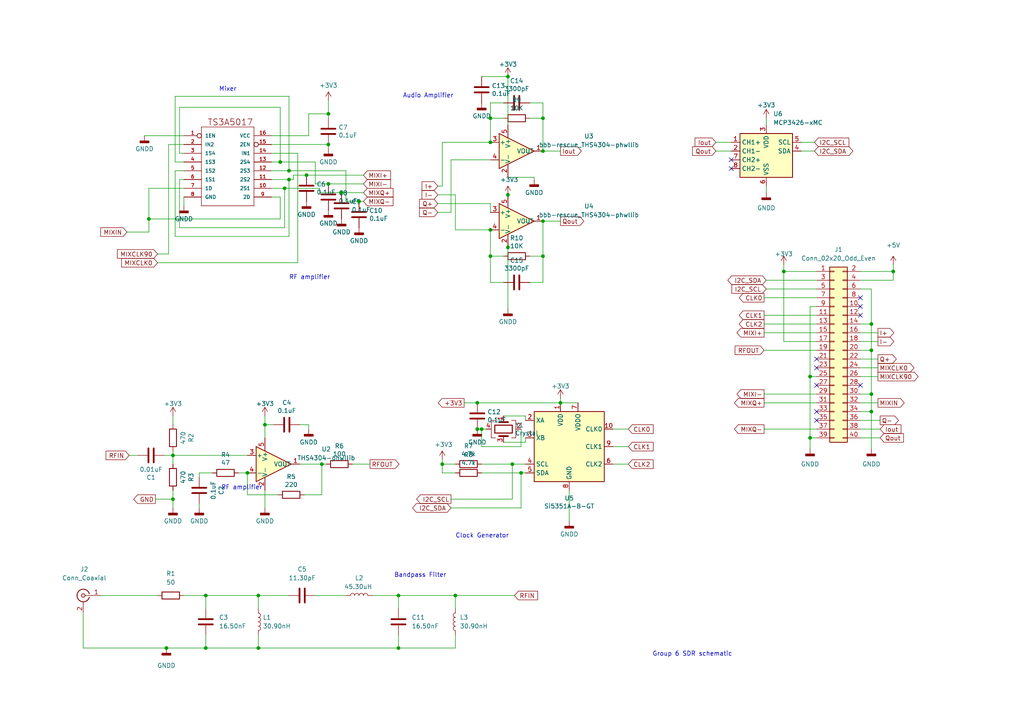
<source format=kicad_sch>
(kicad_sch (version 20211123) (generator eeschema)
  (paper "A4")
  (lib_symbols
    (symbol "Analog_ADC:MCP3426-xMC"
      (property "Reference" "U" (at -3.81 8.89 0))
      (property "Value" "MCP3426-xMC" (at 2.54 8.89 0))
      (symbol "MCP3426-xMC_0_1"
        (rectangle (start -7.62 7.62) (end 7.62 -5.08) (stroke (width 0.254)) (fill (type background)))
      )
      (symbol "MCP3426-xMC_1_1"
        (pin input line (at -10.16 5.08 0) (length 2.54) (name "CH1+") (number "1"))
        (pin input line (at -10.16 2.54 0) (length 2.54) (name "CH1-") (number "2"))
        (pin power_in line (at 0 10.16 270) (length 2.54) (name "VDD") (number "3"))
        (pin bidirectional line (at 10.16 2.54 180) (length 2.54) (name "SDA") (number "4"))
        (pin input line (at 10.16 5.08 180) (length 2.54) (name "SCL") (number "5"))
        (pin power_in line (at 0 -7.62 90) (length 2.54) (name "VSS") (number "6"))
        (pin input line (at -10.16 0 0) (length 2.54) (name "CH2+") (number "7"))
        (pin input line (at -10.16 -2.54 0) (length 2.54) (name "CH2-") (number "8"))
        (pin passive line (at 0 -7.62 90) (length 2.54) hide (name "VSS") (number "9"))
      )
    )
    (symbol "Connector:Conn_Coaxial" (pin_names (offset 1.016) hide)
      (property "Reference" "J" (at 0.254 3.048 0))
      (property "Value" "Conn_Coaxial" (at 2.921 0 90))
      (symbol "Conn_Coaxial_0_1"
        (arc (start -1.778 -0.508) (mid 0.2311 -1.8066) (end 1.778 0) (stroke (width 0.254)))
        (polyline (pts (xy -2.54 0) (xy -0.508 0)))
        (polyline (pts (xy 0 -2.54) (xy 0 -1.778)))
        (circle (center 0 0) (radius 0.508) (stroke (width 0.2032)))
        (arc (start 1.778 0) (mid 0.2099 1.8101) (end -1.778 0.508) (stroke (width 0.254)))
      )
      (symbol "Conn_Coaxial_1_1"
        (pin passive line (at -5.08 0 0) (length 2.54) (name "In") (number "1"))
        (pin passive line (at 0 -5.08 90) (length 2.54) (name "Ext") (number "2"))
      )
    )
    (symbol "Connector_Generic:Conn_02x20_Odd_Even" (pin_names (offset 1.016) hide)
      (property "Reference" "J" (at 1.27 25.4 0))
      (property "Value" "Conn_02x20_Odd_Even" (at 1.27 -27.94 0))
      (symbol "Conn_02x20_Odd_Even_1_1"
        (rectangle (start -1.27 -25.273) (end 0 -25.527) (stroke (width 0.1524)))
        (rectangle (start -1.27 -22.733) (end 0 -22.987) (stroke (width 0.1524)))
        (rectangle (start -1.27 -20.193) (end 0 -20.447) (stroke (width 0.1524)))
        (rectangle (start -1.27 -17.653) (end 0 -17.907) (stroke (width 0.1524)))
        (rectangle (start -1.27 -15.113) (end 0 -15.367) (stroke (width 0.1524)))
        (rectangle (start -1.27 -12.573) (end 0 -12.827) (stroke (width 0.1524)))
        (rectangle (start -1.27 -10.033) (end 0 -10.287) (stroke (width 0.1524)))
        (rectangle (start -1.27 -7.493) (end 0 -7.747) (stroke (width 0.1524)))
        (rectangle (start -1.27 -4.953) (end 0 -5.207) (stroke (width 0.1524)))
        (rectangle (start -1.27 -2.413) (end 0 -2.667) (stroke (width 0.1524)))
        (rectangle (start -1.27 0.127) (end 0 -0.127) (stroke (width 0.1524)))
        (rectangle (start -1.27 2.667) (end 0 2.413) (stroke (width 0.1524)))
        (rectangle (start -1.27 5.207) (end 0 4.953) (stroke (width 0.1524)))
        (rectangle (start -1.27 7.747) (end 0 7.493) (stroke (width 0.1524)))
        (rectangle (start -1.27 10.287) (end 0 10.033) (stroke (width 0.1524)))
        (rectangle (start -1.27 12.827) (end 0 12.573) (stroke (width 0.1524)))
        (rectangle (start -1.27 15.367) (end 0 15.113) (stroke (width 0.1524)))
        (rectangle (start -1.27 17.907) (end 0 17.653) (stroke (width 0.1524)))
        (rectangle (start -1.27 20.447) (end 0 20.193) (stroke (width 0.1524)))
        (rectangle (start -1.27 22.987) (end 0 22.733) (stroke (width 0.1524)))
        (rectangle (start -1.27 24.13) (end 3.81 -26.67) (stroke (width 0.254)) (fill (type background)))
        (rectangle (start 3.81 -25.273) (end 2.54 -25.527) (stroke (width 0.1524)))
        (rectangle (start 3.81 -22.733) (end 2.54 -22.987) (stroke (width 0.1524)))
        (rectangle (start 3.81 -20.193) (end 2.54 -20.447) (stroke (width 0.1524)))
        (rectangle (start 3.81 -17.653) (end 2.54 -17.907) (stroke (width 0.1524)))
        (rectangle (start 3.81 -15.113) (end 2.54 -15.367) (stroke (width 0.1524)))
        (rectangle (start 3.81 -12.573) (end 2.54 -12.827) (stroke (width 0.1524)))
        (rectangle (start 3.81 -10.033) (end 2.54 -10.287) (stroke (width 0.1524)))
        (rectangle (start 3.81 -7.493) (end 2.54 -7.747) (stroke (width 0.1524)))
        (rectangle (start 3.81 -4.953) (end 2.54 -5.207) (stroke (width 0.1524)))
        (rectangle (start 3.81 -2.413) (end 2.54 -2.667) (stroke (width 0.1524)))
        (rectangle (start 3.81 0.127) (end 2.54 -0.127) (stroke (width 0.1524)))
        (rectangle (start 3.81 2.667) (end 2.54 2.413) (stroke (width 0.1524)))
        (rectangle (start 3.81 5.207) (end 2.54 4.953) (stroke (width 0.1524)))
        (rectangle (start 3.81 7.747) (end 2.54 7.493) (stroke (width 0.1524)))
        (rectangle (start 3.81 10.287) (end 2.54 10.033) (stroke (width 0.1524)))
        (rectangle (start 3.81 12.827) (end 2.54 12.573) (stroke (width 0.1524)))
        (rectangle (start 3.81 15.367) (end 2.54 15.113) (stroke (width 0.1524)))
        (rectangle (start 3.81 17.907) (end 2.54 17.653) (stroke (width 0.1524)))
        (rectangle (start 3.81 20.447) (end 2.54 20.193) (stroke (width 0.1524)))
        (rectangle (start 3.81 22.987) (end 2.54 22.733) (stroke (width 0.1524)))
        (pin passive line (at -5.08 22.86 0) (length 3.81) (name "Pin_1") (number "1"))
        (pin passive line (at 7.62 12.7 180) (length 3.81) (name "Pin_10") (number "10"))
        (pin passive line (at -5.08 10.16 0) (length 3.81) (name "Pin_11") (number "11"))
        (pin passive line (at 7.62 10.16 180) (length 3.81) (name "Pin_12") (number "12"))
        (pin passive line (at -5.08 7.62 0) (length 3.81) (name "Pin_13") (number "13"))
        (pin passive line (at 7.62 7.62 180) (length 3.81) (name "Pin_14") (number "14"))
        (pin passive line (at -5.08 5.08 0) (length 3.81) (name "Pin_15") (number "15"))
        (pin passive line (at 7.62 5.08 180) (length 3.81) (name "Pin_16") (number "16"))
        (pin passive line (at -5.08 2.54 0) (length 3.81) (name "Pin_17") (number "17"))
        (pin passive line (at 7.62 2.54 180) (length 3.81) (name "Pin_18") (number "18"))
        (pin passive line (at -5.08 0 0) (length 3.81) (name "Pin_19") (number "19"))
        (pin passive line (at 7.62 22.86 180) (length 3.81) (name "Pin_2") (number "2"))
        (pin passive line (at 7.62 0 180) (length 3.81) (name "Pin_20") (number "20"))
        (pin passive line (at -5.08 -2.54 0) (length 3.81) (name "Pin_21") (number "21"))
        (pin passive line (at 7.62 -2.54 180) (length 3.81) (name "Pin_22") (number "22"))
        (pin passive line (at -5.08 -5.08 0) (length 3.81) (name "Pin_23") (number "23"))
        (pin passive line (at 7.62 -5.08 180) (length 3.81) (name "Pin_24") (number "24"))
        (pin passive line (at -5.08 -7.62 0) (length 3.81) (name "Pin_25") (number "25"))
        (pin passive line (at 7.62 -7.62 180) (length 3.81) (name "Pin_26") (number "26"))
        (pin passive line (at -5.08 -10.16 0) (length 3.81) (name "Pin_27") (number "27"))
        (pin passive line (at 7.62 -10.16 180) (length 3.81) (name "Pin_28") (number "28"))
        (pin passive line (at -5.08 -12.7 0) (length 3.81) (name "Pin_29") (number "29"))
        (pin passive line (at -5.08 20.32 0) (length 3.81) (name "Pin_3") (number "3"))
        (pin passive line (at 7.62 -12.7 180) (length 3.81) (name "Pin_30") (number "30"))
        (pin passive line (at -5.08 -15.24 0) (length 3.81) (name "Pin_31") (number "31"))
        (pin passive line (at 7.62 -15.24 180) (length 3.81) (name "Pin_32") (number "32"))
        (pin passive line (at -5.08 -17.78 0) (length 3.81) (name "Pin_33") (number "33"))
        (pin passive line (at 7.62 -17.78 180) (length 3.81) (name "Pin_34") (number "34"))
        (pin passive line (at -5.08 -20.32 0) (length 3.81) (name "Pin_35") (number "35"))
        (pin passive line (at 7.62 -20.32 180) (length 3.81) (name "Pin_36") (number "36"))
        (pin passive line (at -5.08 -22.86 0) (length 3.81) (name "Pin_37") (number "37"))
        (pin passive line (at 7.62 -22.86 180) (length 3.81) (name "Pin_38") (number "38"))
        (pin passive line (at -5.08 -25.4 0) (length 3.81) (name "Pin_39") (number "39"))
        (pin passive line (at 7.62 20.32 180) (length 3.81) (name "Pin_4") (number "4"))
        (pin passive line (at 7.62 -25.4 180) (length 3.81) (name "Pin_40") (number "40"))
        (pin passive line (at -5.08 17.78 0) (length 3.81) (name "Pin_5") (number "5"))
        (pin passive line (at 7.62 17.78 180) (length 3.81) (name "Pin_6") (number "6"))
        (pin passive line (at -5.08 15.24 0) (length 3.81) (name "Pin_7") (number "7"))
        (pin passive line (at 7.62 15.24 180) (length 3.81) (name "Pin_8") (number "8"))
        (pin passive line (at -5.08 12.7 0) (length 3.81) (name "Pin_9") (number "9"))
      )
    )
    (symbol "Device:C" (pin_numbers hide) (pin_names (offset 0.254))
      (property "Reference" "C" (at 0.635 2.54 0))
      (property "Value" "C" (at 0.635 -2.54 0))
      (symbol "C_0_1"
        (polyline (pts (xy -2.032 -0.762) (xy 2.032 -0.762)) (stroke (width 0.508)))
        (polyline (pts (xy -2.032 0.762) (xy 2.032 0.762)) (stroke (width 0.508)))
      )
      (symbol "C_1_1"
        (pin passive line (at 0 3.81 270) (length 2.794) (name "~") (number "1"))
        (pin passive line (at 0 -3.81 90) (length 2.794) (name "~") (number "2"))
      )
    )
    (symbol "Device:Crystal_GND24" (pin_names (offset 1.016) hide)
      (property "Reference" "Y" (at 3.175 5.08 0))
      (property "Value" "Crystal_GND24" (at 3.175 3.175 0))
      (symbol "Crystal_GND24_0_1"
        (rectangle (start -1.143 2.54) (end 1.143 -2.54) (stroke (width 0.3048)))
        (polyline (pts (xy -2.54 0) (xy -2.032 0)))
        (polyline (pts (xy -2.032 -1.27) (xy -2.032 1.27)) (stroke (width 0.508)))
        (polyline (pts (xy 0 -3.81) (xy 0 -3.556)))
        (polyline (pts (xy 0 3.556) (xy 0 3.81)))
        (polyline (pts (xy 2.032 -1.27) (xy 2.032 1.27)) (stroke (width 0.508)))
        (polyline (pts (xy 2.032 0) (xy 2.54 0)))
        (polyline (pts (xy -2.54 -2.286) (xy -2.54 -3.556) (xy 2.54 -3.556) (xy 2.54 -2.286)))
        (polyline (pts (xy -2.54 2.286) (xy -2.54 3.556) (xy 2.54 3.556) (xy 2.54 2.286)))
      )
      (symbol "Crystal_GND24_1_1"
        (pin passive line (at -3.81 0 0) (length 1.27) (name "1") (number "1"))
        (pin passive line (at 0 5.08 270) (length 1.27) (name "2") (number "2"))
        (pin passive line (at 3.81 0 180) (length 1.27) (name "3") (number "3"))
        (pin passive line (at 0 -5.08 90) (length 1.27) (name "4") (number "4"))
      )
    )
    (symbol "Device:L" (pin_numbers hide) (pin_names (offset 1.016) hide)
      (property "Reference" "L" (at -1.27 0 90))
      (property "Value" "L" (at 1.905 0 90))
      (symbol "L_0_1"
        (arc (start 0 -2.54) (mid 0.635 -1.905) (end 0 -1.27))
        (arc (start 0 -1.27) (mid 0.635 -0.635) (end 0 0))
        (arc (start 0 0) (mid 0.635 0.635) (end 0 1.27))
        (arc (start 0 1.27) (mid 0.635 1.905) (end 0 2.54))
      )
      (symbol "L_1_1"
        (pin passive line (at 0 3.81 270) (length 1.27) (name "1") (number "1"))
        (pin passive line (at 0 -3.81 90) (length 1.27) (name "2") (number "2"))
      )
    )
    (symbol "Device:R" (pin_numbers hide) (pin_names (offset 0))
      (property "Reference" "R" (at 2.032 0 90))
      (property "Value" "R" (at 0 0 90))
      (symbol "R_0_1"
        (rectangle (start -1.016 -2.54) (end 1.016 2.54) (stroke (width 0.254)))
      )
      (symbol "R_1_1"
        (pin passive line (at 0 3.81 270) (length 1.27) (name "~") (number "1"))
        (pin passive line (at 0 -3.81 90) (length 1.27) (name "~") (number "2"))
      )
    )
    (symbol "Oscillator:Si5351A-B-GT"
      (property "Reference" "U" (at -8.89 11.43 0))
      (property "Value" "Si5351A-B-GT" (at -12.7 -12.7 0))
      (symbol "Si5351A-B-GT_0_1"
        (rectangle (start -10.16 10.16) (end 10.16 -10.16) (stroke (width 0.254)) (fill (type background)))
      )
      (symbol "Si5351A-B-GT_1_1"
        (pin power_in line (at -2.54 12.7 270) (length 2.54) (name "VDD") (number "1"))
        (pin output line (at 12.7 5.08 180) (length 2.54) (name "CLK0") (number "10"))
        (pin input line (at -12.7 7.62 0) (length 2.54) (name "XA") (number "2"))
        (pin input line (at -12.7 2.54 0) (length 2.54) (name "XB") (number "3"))
        (pin input line (at -12.7 -5.08 0) (length 2.54) (name "SCL") (number "4"))
        (pin bidirectional line (at -12.7 -7.62 0) (length 2.54) (name "SDA") (number "5"))
        (pin output line (at 12.7 -5.08 180) (length 2.54) (name "CLK2") (number "6"))
        (pin power_in line (at 2.54 12.7 270) (length 2.54) (name "VDDO") (number "7"))
        (pin power_in line (at 0 -12.7 90) (length 2.54) (name "GND") (number "8"))
        (pin output line (at 12.7 0 180) (length 2.54) (name "CLK1") (number "9"))
      )
    )
    (symbol "bbb-cache:bbb-rescue_THS4304-phwllib" (pin_names (offset 0.127))
      (property "Reference" "U" (at 0 6.35 0))
      (property "Value" "bbb-rescue_THS4304-phwllib" (at 0 3.81 0))
      (symbol "bbb-rescue_THS4304-phwllib_0_1"
        (polyline (pts (xy -5.08 5.08) (xy 5.08 0) (xy -5.08 -5.08) (xy -5.08 5.08)) (stroke (width 0.254)) (fill (type background)))
      )
      (symbol "bbb-rescue_THS4304-phwllib_1_1"
        (pin output line (at 7.62 0 180) (length 2.54) (name "VOUT") (number "1"))
        (pin power_in line (at -2.54 -7.62 90) (length 3.81) (name "V-") (number "2"))
        (pin input line (at -7.62 2.54 0) (length 2.54) (name "+") (number "3"))
        (pin input line (at -7.62 -2.54 0) (length 2.54) (name "-") (number "4"))
        (pin power_in line (at -2.54 7.62 270) (length 3.81) (name "V+") (number "5"))
      )
    )
    (symbol "bbb-rescue:THS4304-phwllib" (pin_names (offset 0.127))
      (property "Reference" "U" (at 0 6.35 0))
      (property "Value" "THS4304-phwllib" (at 0 3.81 0))
      (symbol "THS4304-phwllib_0_1"
        (polyline (pts (xy -5.08 5.08) (xy 5.08 0) (xy -5.08 -5.08) (xy -5.08 5.08)) (stroke (width 0.254)) (fill (type background)))
      )
      (symbol "THS4304-phwllib_1_1"
        (pin output line (at 7.62 0 180) (length 2.54) (name "VOUT") (number "1"))
        (pin power_in line (at -2.54 -7.62 90) (length 3.81) (name "V-") (number "2"))
        (pin input line (at -7.62 2.54 0) (length 2.54) (name "+") (number "3"))
        (pin input line (at -7.62 -2.54 0) (length 2.54) (name "-") (number "4"))
        (pin power_in line (at -2.54 7.62 270) (length 3.81) (name "V+") (number "5"))
      )
    )
    (symbol "bbb-rescue:TS3A5017-phwllib" (pin_names (offset 1.016))
      (symbol "TS3A5017-phwllib_1_0"
        (polyline (pts (xy -7.62 -12.7) (xy 7.62 -12.7)))
        (polyline (pts (xy -7.62 10.16) (xy -7.62 -12.7)))
        (polyline (pts (xy 7.62 -12.7) (xy 7.62 10.16)))
        (polyline (pts (xy 7.62 10.16) (xy -7.62 10.16)))
        (text "TS3A5017" (at 0.762 11.557 0) (effects (font (size 1.778 1.778))))
      )
      (symbol "TS3A5017-phwllib_1_1"
        (pin input inverted (at -12.7 7.62 0) (length 5.08) (name "1EN") (number "1"))
        (pin bidirectional line (at 12.7 -7.62 180) (length 5.08) (name "2S1") (number "10"))
        (pin bidirectional line (at 12.7 -5.08 180) (length 5.08) (name "2S2") (number "11"))
        (pin bidirectional line (at 12.7 -2.54 180) (length 5.08) (name "2S3") (number "12"))
        (pin bidirectional line (at 12.7 0 180) (length 5.08) (name "2S4") (number "13"))
        (pin input line (at 12.7 2.54 180) (length 5.08) (name "IN1") (number "14"))
        (pin input inverted (at 12.7 5.08 180) (length 5.08) (name "2EN") (number "15"))
        (pin power_in line (at 12.7 7.62 180) (length 5.08) (name "VCC") (number "16"))
        (pin input line (at -12.7 5.08 0) (length 5.08) (name "IN2") (number "2"))
        (pin bidirectional line (at -12.7 2.54 0) (length 5.08) (name "1S4") (number "3"))
        (pin bidirectional line (at -12.7 0 0) (length 5.08) (name "1S3") (number "4"))
        (pin bidirectional line (at -12.7 -2.54 0) (length 5.08) (name "1S2") (number "5"))
        (pin bidirectional line (at -12.7 -5.08 0) (length 5.08) (name "1S1") (number "6"))
        (pin bidirectional line (at -12.7 -7.62 0) (length 5.08) (name "1D") (number "7"))
        (pin power_in line (at -12.7 -10.16 0) (length 5.08) (name "GND") (number "8"))
        (pin bidirectional line (at 12.7 -10.16 180) (length 5.08) (name "2D") (number "9"))
      )
    )
    (symbol "power:+3.3V" (power) (pin_names (offset 0))
      (property "Value" "+3.3V" (at 0 3.556 0))
      (symbol "+3.3V_0_1"
        (polyline (pts (xy -0.762 1.27) (xy 0 2.54)))
        (polyline (pts (xy 0 0) (xy 0 2.54)))
        (polyline (pts (xy 0 2.54) (xy 0.762 1.27)))
      )
      (symbol "+3.3V_1_1"
        (pin power_in line (at 0 0 90) (length 0) hide (name "+3V3") (number "1"))
      )
    )
    (symbol "power:+3V3" (power) (pin_names (offset 0))
      (property "Value" "+3V3" (at 0 3.556 0))
      (symbol "+3V3_0_1"
        (polyline (pts (xy -0.762 1.27) (xy 0 2.54)))
        (polyline (pts (xy 0 0) (xy 0 2.54)))
        (polyline (pts (xy 0 2.54) (xy 0.762 1.27)))
      )
      (symbol "+3V3_1_1"
        (pin power_in line (at 0 0 90) (length 0) hide (name "+3V3") (number "1"))
      )
    )
    (symbol "power:+5V" (power) (pin_names (offset 0))
      (property "Value" "+5V" (at 0 3.556 0))
      (symbol "+5V_0_1"
        (polyline (pts (xy -0.762 1.27) (xy 0 2.54)))
        (polyline (pts (xy 0 0) (xy 0 2.54)))
        (polyline (pts (xy 0 2.54) (xy 0.762 1.27)))
      )
      (symbol "+5V_1_1"
        (pin power_in line (at 0 0 90) (length 0) hide (name "+5V") (number "1"))
      )
    )
    (symbol "power:GNDD" (power) (pin_names (offset 0))
      (property "Value" "GNDD" (at 0 -3.175 0))
      (symbol "GNDD_0_1"
        (rectangle (start -1.27 -1.524) (end 1.27 -2.032) (stroke (width 0.254)) (fill (type outline)))
        (polyline (pts (xy 0 0) (xy 0 -1.524)))
      )
      (symbol "GNDD_1_1"
        (pin power_in line (at 0 0 270) (length 0) hide (name "GNDD") (number "1"))
      )
    )
  )
  (junction (at 259.08 78.74))
  (junction (at 48.26 187.96))
  (junction (at 148.59 134.62))
  (junction (at 104.14 58.42))
  (junction (at 82.55 54.61))
  (junction (at 234.95 127))
  (junction (at 95.25 53.34))
  (junction (at 147.32 56.515))
  (junction (at 157.48 43.815))
  (junction (at 142.24 34.29))
  (junction (at 88.9 50.8))
  (junction (at 59.69 187.96))
  (junction (at 81.28 46.99))
  (junction (at 138.43 124.46))
  (junction (at 162.56 116.84))
  (junction (at 115.57 187.96))
  (junction (at 128.27 134.62))
  (junction (at 50.165 144.78))
  (junction (at 74.93 187.96))
  (junction (at 157.48 34.29))
  (junction (at 252.73 114.3))
  (junction (at 93.345 134.62))
  (junction (at 157.48 74.295))
  (junction (at 151.13 137.16))
  (junction (at 252.73 101.6))
  (junction (at 252.73 93.98))
  (junction (at 95.25 33.02))
  (junction (at 76.835 123.19))
  (junction (at 132.08 172.72))
  (junction (at 74.93 172.72))
  (junction (at 71.755 137.16))
  (junction (at 83.82 52.07))
  (junction (at 252.73 119.38))
  (junction (at 115.57 172.72))
  (junction (at 147.32 71.755))
  (junction (at 142.24 74.295))
  (junction (at 99.06 55.88))
  (junction (at 147.32 22.225))
  (junction (at 234.95 109.22))
  (junction (at 139.7 124.46))
  (junction (at 157.48 64.135))
  (junction (at 142.24 66.675))
  (junction (at 138.43 116.84))
  (junction (at 227.33 78.74))
  (junction (at 142.24 41.275))
  (junction (at 50.165 132.08))
  (junction (at 95.25 41.91))
  (junction (at 83.82 49.53))
  (junction (at 43.18 63.5))
  (junction (at 59.69 172.72))
  (no_connect (at 212.09 46.355))
  (no_connect (at 212.09 48.895))
  (no_connect (at 236.855 106.68))
  (no_connect (at 236.855 104.14))
  (no_connect (at 236.855 119.38))
  (no_connect (at 236.855 111.76))
  (no_connect (at 236.855 121.92))
  (no_connect (at 249.555 86.36))
  (no_connect (at 249.555 91.44))
  (no_connect (at 249.555 88.9))
  (no_connect (at 249.555 111.76))
  (wire (pts (xy 93.345 134.62) (xy 94.615 134.62)))
  (wire (pts (xy 115.57 187.96) (xy 132.08 187.96)))
  (wire (pts (xy 102.235 134.62) (xy 107.315 134.62)))
  (wire (pts (xy 127 56.515) (xy 132.08 56.515)))
  (wire (pts (xy 36.83 67.31) (xy 43.18 67.31)))
  (wire (pts (xy 93.345 143.51) (xy 93.345 134.62)))
  (wire (pts (xy 236.22 41.275) (xy 232.41 41.275)))
  (wire (pts (xy 146.05 120.65) (xy 152.4 120.65)))
  (wire (pts (xy 132.08 66.675) (xy 142.24 66.675)))
  (wire (pts (xy 24.13 187.96) (xy 48.26 187.96)))
  (wire (pts (xy 81.28 31.115) (xy 81.28 46.99)))
  (wire (pts (xy 45.72 76.2) (xy 86.36 76.2)))
  (wire (pts (xy 86.36 44.45) (xy 86.36 76.2)))
  (wire (pts (xy 249.555 127) (xy 255.27 127)))
  (wire (pts (xy 59.69 172.72) (xy 59.69 176.53)))
  (wire (pts (xy 151.13 137.16) (xy 152.4 137.16)))
  (wire (pts (xy 132.08 134.62) (xy 128.27 134.62)))
  (wire (pts (xy 53.34 57.15) (xy 53.34 59.69)))
  (wire (pts (xy 105.41 58.42) (xy 104.14 58.42)))
  (wire (pts (xy 50.165 142.24) (xy 50.165 144.78)))
  (wire (pts (xy 142.24 74.295) (xy 142.24 81.915)))
  (wire (pts (xy 95.25 33.02) (xy 95.25 34.29)))
  (wire (pts (xy 249.555 93.98) (xy 252.73 93.98)))
  (wire (pts (xy 127 59.055) (xy 142.24 59.055)))
  (wire (pts (xy 86.995 123.19) (xy 89.535 123.19)))
  (wire (pts (xy 50.8 27.94) (xy 83.82 27.94)))
  (wire (pts (xy 115.57 172.72) (xy 132.08 172.72)))
  (wire (pts (xy 57.785 147.32) (xy 57.785 146.05)))
  (wire (pts (xy 48.895 41.91) (xy 48.895 73.66)))
  (wire (pts (xy 89.535 123.19) (xy 89.535 124.46)))
  (wire (pts (xy 47.625 132.08) (xy 50.165 132.08)))
  (wire (pts (xy 130.81 61.595) (xy 127 61.595)))
  (wire (pts (xy 259.08 76.835) (xy 259.08 78.74)))
  (wire (pts (xy 76.835 123.19) (xy 79.375 123.19)))
  (wire (pts (xy 249.555 124.46) (xy 255.27 124.46)))
  (wire (pts (xy 50.8 49.53) (xy 50.8 68.58)))
  (wire (pts (xy 142.24 59.055) (xy 142.24 61.595)))
  (wire (pts (xy 249.555 119.38) (xy 252.73 119.38)))
  (wire (pts (xy 249.555 109.22) (xy 254.635 109.22)))
  (wire (pts (xy 78.74 44.45) (xy 86.36 44.45)))
  (wire (pts (xy 78.74 52.07) (xy 83.82 52.07)))
  (wire (pts (xy 82.55 66.04) (xy 82.55 54.61)))
  (wire (pts (xy 157.48 29.845) (xy 157.48 34.29)))
  (wire (pts (xy 81.28 63.5) (xy 81.28 57.15)))
  (wire (pts (xy 249.555 81.28) (xy 259.08 81.28)))
  (wire (pts (xy 52.07 31.115) (xy 81.28 31.115)))
  (wire (pts (xy 81.28 46.99) (xy 91.44 46.99)))
  (wire (pts (xy 221.615 124.46) (xy 236.855 124.46)))
  (wire (pts (xy 52.07 66.04) (xy 82.55 66.04)))
  (wire (pts (xy 151.13 124.46) (xy 151.13 129.54)))
  (wire (pts (xy 227.33 76.835) (xy 227.33 78.74)))
  (wire (pts (xy 80.645 143.51) (xy 71.755 143.51)))
  (wire (pts (xy 86.995 134.62) (xy 93.345 134.62)))
  (wire (pts (xy 249.555 78.74) (xy 259.08 78.74)))
  (wire (pts (xy 76.835 123.19) (xy 76.835 127)))
  (wire (pts (xy 59.69 184.15) (xy 59.69 187.96)))
  (wire (pts (xy 221.615 116.84) (xy 236.855 116.84)))
  (wire (pts (xy 128.27 41.275) (xy 142.24 41.275)))
  (wire (pts (xy 52.07 44.45) (xy 52.07 31.115)))
  (wire (pts (xy 227.33 99.06) (xy 227.33 78.74)))
  (wire (pts (xy 252.73 83.82) (xy 252.73 93.98)))
  (wire (pts (xy 53.34 46.99) (xy 50.8 46.99)))
  (wire (pts (xy 147.32 71.755) (xy 147.32 89.535)))
  (wire (pts (xy 50.165 132.08) (xy 71.755 132.08)))
  (wire (pts (xy 74.93 184.15) (xy 74.93 187.96)))
  (wire (pts (xy 222.25 81.28) (xy 236.855 81.28)))
  (wire (pts (xy 95.25 53.34) (xy 105.41 53.34)))
  (wire (pts (xy 132.08 172.72) (xy 149.225 172.72)))
  (wire (pts (xy 50.165 132.08) (xy 50.165 130.81)))
  (wire (pts (xy 221.615 114.3) (xy 236.855 114.3)))
  (wire (pts (xy 128.27 133.35) (xy 128.27 134.62)))
  (wire (pts (xy 148.59 134.62) (xy 152.4 134.62)))
  (wire (pts (xy 74.93 172.72) (xy 74.93 176.53)))
  (wire (pts (xy 89.535 39.37) (xy 89.535 33.02)))
  (wire (pts (xy 29.21 172.72) (xy 45.72 172.72)))
  (wire (pts (xy 139.7 137.16) (xy 151.13 137.16)))
  (wire (pts (xy 43.18 67.31) (xy 43.18 63.5)))
  (wire (pts (xy 88.265 143.51) (xy 93.345 143.51)))
  (wire (pts (xy 71.755 143.51) (xy 71.755 137.16)))
  (wire (pts (xy 132.08 56.515) (xy 132.08 66.675)))
  (wire (pts (xy 107.95 172.72) (xy 115.57 172.72)))
  (wire (pts (xy 78.74 39.37) (xy 89.535 39.37)))
  (wire (pts (xy 249.555 114.3) (xy 252.73 114.3)))
  (wire (pts (xy 236.22 43.815) (xy 232.41 43.815)))
  (wire (pts (xy 92.71 55.88) (xy 99.06 55.88)))
  (wire (pts (xy 50.8 46.99) (xy 50.8 27.94)))
  (wire (pts (xy 157.48 81.915) (xy 153.67 81.915)))
  (wire (pts (xy 43.18 63.5) (xy 81.28 63.5)))
  (wire (pts (xy 45.085 144.78) (xy 50.165 144.78)))
  (wire (pts (xy 147.32 22.225) (xy 139.7 22.225)))
  (wire (pts (xy 76.835 142.24) (xy 76.835 147.32)))
  (wire (pts (xy 142.24 34.29) (xy 146.05 34.29)))
  (wire (pts (xy 128.27 41.275) (xy 128.27 53.975)))
  (wire (pts (xy 83.82 27.94) (xy 83.82 49.53)))
  (wire (pts (xy 138.43 116.84) (xy 134.62 116.84)))
  (wire (pts (xy 234.95 88.9) (xy 234.95 109.22)))
  (wire (pts (xy 153.67 74.295) (xy 157.48 74.295)))
  (wire (pts (xy 236.855 99.06) (xy 227.33 99.06)))
  (wire (pts (xy 157.48 64.135) (xy 162.56 64.135)))
  (wire (pts (xy 53.34 44.45) (xy 52.07 44.45)))
  (wire (pts (xy 221.615 101.6) (xy 236.855 101.6)))
  (wire (pts (xy 92.71 54.61) (xy 92.71 55.88)))
  (wire (pts (xy 88.9 50.8) (xy 105.41 50.8)))
  (wire (pts (xy 78.74 41.91) (xy 95.25 41.91)))
  (wire (pts (xy 249.555 96.52) (xy 254.635 96.52)))
  (wire (pts (xy 147.32 22.225) (xy 147.32 36.195)))
  (wire (pts (xy 207.645 43.815) (xy 212.09 43.815)))
  (wire (pts (xy 50.165 134.62) (xy 50.165 132.08)))
  (wire (pts (xy 24.13 177.8) (xy 24.13 187.96)))
  (wire (pts (xy 78.74 46.99) (xy 81.28 46.99)))
  (wire (pts (xy 91.44 172.72) (xy 100.33 172.72)))
  (wire (pts (xy 57.785 137.16) (xy 57.785 138.43)))
  (wire (pts (xy 249.555 101.6) (xy 252.73 101.6)))
  (wire (pts (xy 59.69 172.72) (xy 74.93 172.72)))
  (wire (pts (xy 222.25 83.82) (xy 236.855 83.82)))
  (wire (pts (xy 221.615 86.36) (xy 236.855 86.36)))
  (wire (pts (xy 139.7 134.62) (xy 148.59 134.62)))
  (wire (pts (xy 130.81 46.355) (xy 130.81 61.595)))
  (wire (pts (xy 252.73 93.98) (xy 252.73 101.6)))
  (wire (pts (xy 148.59 134.62) (xy 148.59 144.78)))
  (wire (pts (xy 249.555 106.68) (xy 254.635 106.68)))
  (wire (pts (xy 52.07 52.07) (xy 52.07 66.04)))
  (wire (pts (xy 252.73 119.38) (xy 252.73 130.175)))
  (wire (pts (xy 252.73 114.3) (xy 252.73 119.38)))
  (wire (pts (xy 78.74 49.53) (xy 83.82 49.53)))
  (wire (pts (xy 147.32 70.485) (xy 147.32 71.755)))
  (wire (pts (xy 167.64 116.84) (xy 162.56 116.84)))
  (wire (pts (xy 128.27 134.62) (xy 128.27 137.16)))
  (wire (pts (xy 89.535 33.02) (xy 95.25 33.02)))
  (wire (pts (xy 234.95 109.22) (xy 236.855 109.22)))
  (wire (pts (xy 165.1 142.24) (xy 165.1 151.13)))
  (wire (pts (xy 50.8 68.58) (xy 83.82 68.58)))
  (wire (pts (xy 249.555 104.14) (xy 254.635 104.14)))
  (wire (pts (xy 132.08 184.15) (xy 132.08 187.96)))
  (wire (pts (xy 142.24 81.915) (xy 146.05 81.915)))
  (wire (pts (xy 146.05 74.295) (xy 142.24 74.295)))
  (wire (pts (xy 100.33 58.42) (xy 104.14 58.42)))
  (wire (pts (xy 162.56 115.57) (xy 162.56 116.84)))
  (wire (pts (xy 43.18 54.61) (xy 43.18 63.5)))
  (wire (pts (xy 99.06 55.88) (xy 105.41 55.88)))
  (wire (pts (xy 153.67 34.29) (xy 157.48 34.29)))
  (wire (pts (xy 100.33 49.53) (xy 100.33 58.42)))
  (wire (pts (xy 128.27 53.975) (xy 127 53.975)))
  (wire (pts (xy 53.34 172.72) (xy 59.69 172.72)))
  (wire (pts (xy 146.05 29.845) (xy 142.24 29.845)))
  (wire (pts (xy 115.57 184.15) (xy 115.57 187.96)))
  (wire (pts (xy 222.25 34.29) (xy 222.25 36.195)))
  (wire (pts (xy 74.93 187.96) (xy 115.57 187.96)))
  (wire (pts (xy 249.555 121.92) (xy 255.27 121.92)))
  (wire (pts (xy 132.08 137.16) (xy 128.27 137.16)))
  (wire (pts (xy 142.24 66.675) (xy 142.24 74.295)))
  (wire (pts (xy 53.34 41.91) (xy 48.895 41.91)))
  (wire (pts (xy 78.74 57.15) (xy 81.28 57.15)))
  (wire (pts (xy 236.855 88.9) (xy 234.95 88.9)))
  (wire (pts (xy 182.245 124.46) (xy 177.8 124.46)))
  (wire (pts (xy 50.8 49.53) (xy 53.34 49.53)))
  (wire (pts (xy 234.95 127) (xy 236.855 127)))
  (wire (pts (xy 48.26 187.96) (xy 59.69 187.96)))
  (wire (pts (xy 249.555 99.06) (xy 254.635 99.06)))
  (wire (pts (xy 221.615 91.44) (xy 236.855 91.44)))
  (wire (pts (xy 157.48 43.815) (xy 162.56 43.815)))
  (wire (pts (xy 151.13 147.32) (xy 151.13 137.16)))
  (wire (pts (xy 130.81 147.32) (xy 151.13 147.32)))
  (wire (pts (xy 74.93 172.72) (xy 83.82 172.72)))
  (wire (pts (xy 50.165 123.19) (xy 50.165 120.65)))
  (wire (pts (xy 83.82 49.53) (xy 100.33 49.53)))
  (wire (pts (xy 154.94 51.435) (xy 154.94 52.07)))
  (wire (pts (xy 252.73 101.6) (xy 252.73 114.3)))
  (wire (pts (xy 130.81 144.78) (xy 148.59 144.78)))
  (wire (pts (xy 41.91 39.37) (xy 53.34 39.37)))
  (wire (pts (xy 40.005 132.08) (xy 37.465 132.08)))
  (wire (pts (xy 78.74 54.61) (xy 82.55 54.61)))
  (wire (pts (xy 83.82 68.58) (xy 83.82 52.07)))
  (wire (pts (xy 91.44 53.34) (xy 95.25 53.34)))
  (wire (pts (xy 85.09 52.07) (xy 83.82 52.07)))
  (wire (pts (xy 130.81 46.355) (xy 142.24 46.355)))
  (wire (pts (xy 76.835 120.65) (xy 76.835 123.19)))
  (wire (pts (xy 157.48 64.135) (xy 157.48 74.295)))
  (wire (pts (xy 142.24 34.29) (xy 142.24 41.275)))
  (wire (pts (xy 132.08 172.72) (xy 132.08 176.53)))
  (wire (pts (xy 153.67 29.845) (xy 157.48 29.845)))
  (wire (pts (xy 91.44 46.99) (xy 91.44 53.34)))
  (wire (pts (xy 152.4 127) (xy 152.4 128.27)))
  (wire (pts (xy 152.4 128.27) (xy 146.05 128.27)))
  (wire (pts (xy 259.08 81.28) (xy 259.08 78.74)))
  (wire (pts (xy 234.95 109.22) (xy 234.95 127)))
  (wire (pts (xy 152.4 120.65) (xy 152.4 121.92)))
  (wire (pts (xy 142.24 29.845) (xy 142.24 34.29)))
  (wire (pts (xy 207.645 41.275) (xy 212.09 41.275)))
  (wire (pts (xy 147.32 51.435) (xy 154.94 51.435)))
  (wire (pts (xy 61.595 137.16) (xy 57.785 137.16)))
  (wire (pts (xy 157.48 34.29) (xy 157.48 43.815)))
  (wire (pts (xy 151.13 129.54) (xy 139.7 129.54)))
  (wire (pts (xy 53.34 54.61) (xy 43.18 54.61)))
  (wire (pts (xy 182.245 134.62) (xy 177.8 134.62)))
  (wire (pts (xy 147.32 56.515) (xy 147.32 57.785)))
  (wire (pts (xy 59.69 187.96) (xy 74.93 187.96)))
  (wire (pts (xy 227.33 78.74) (xy 236.855 78.74)))
  (wire (pts (xy 221.615 93.98) (xy 236.855 93.98)))
  (wire (pts (xy 249.555 116.84) (xy 254.635 116.84)))
  (wire (pts (xy 45.72 73.66) (xy 48.895 73.66)))
  (wire (pts (xy 95.25 43.18) (xy 95.25 41.91)))
  (wire (pts (xy 139.7 129.54) (xy 139.7 124.46)))
  (wire (pts (xy 85.09 50.8) (xy 88.9 50.8)))
  (wire (pts (xy 234.95 127) (xy 234.95 130.175)))
  (wire (pts (xy 95.25 29.21) (xy 95.25 33.02)))
  (wire (pts (xy 82.55 54.61) (xy 92.71 54.61)))
  (wire (pts (xy 85.09 50.8) (xy 85.09 52.07)))
  (wire (pts (xy 140.97 124.46) (xy 139.7 124.46)))
  (wire (pts (xy 162.56 116.84) (xy 138.43 116.84)))
  (wire (pts (xy 182.245 129.54) (xy 177.8 129.54)))
  (wire (pts (xy 139.7 124.46) (xy 138.43 124.46)))
  (wire (pts (xy 157.48 74.295) (xy 157.48 81.915)))
  (wire (pts (xy 249.555 83.82) (xy 252.73 83.82)))
  (wire (pts (xy 115.57 176.53) (xy 115.57 172.72)))
  (wire (pts (xy 222.25 55.88) (xy 222.25 53.975)))
  (wire (pts (xy 221.615 96.52) (xy 236.855 96.52)))
  (wire (pts (xy 50.165 144.78) (xy 50.165 147.32)))
  (wire (pts (xy 71.755 137.16) (xy 69.215 137.16)))
  (wire (pts (xy 53.34 52.07) (xy 52.07 52.07)))
  (text "Audio Amplifier" (at 116.84 28.575 0) (effects (font (size 1.27 1.27)) (justify left bottom)))
  (text "Clock Generator" (at 132.08 156.21 0) (effects (font (size 1.27 1.27)) (justify left bottom)))
  (text "Mixer" (at 63.5 26.67 0) (effects (font (size 1.27 1.27)) (justify left bottom)))
  (text "RF amplifier" (at 64.135 142.24 0) (effects (font (size 1.27 1.27)) (justify left bottom)))
  (text "Bandpass Filter\n" (at 114.3 167.64 0) (effects (font (size 1.27 1.27)) (justify left bottom)))
  (text "RF amplifier" (at 83.82 81.28 0) (effects (font (size 1.27 1.27)) (justify left bottom)))
  (text "Group 6 SDR schematic\n" (at 189.23 190.5 0) (effects (font (size 1.27 1.27)) (justify left bottom)))
  (global_label "CLK0" (shape output) (at 221.615 86.36 180) (property "Intersheet References" "${INTERSHEET_REFS}" (effects hide)))
  (global_label "Qout" (shape output) (at 162.56 64.135 0) (property "Intersheet References" "${INTERSHEET_REFS}" (effects hide)))
  (global_label "I2C_SCL" (shape input) (at 236.22 41.275 0) (property "Intersheet References" "${INTERSHEET_REFS}" (effects hide)))
  (global_label "CLK1" (shape output) (at 221.615 91.44 180) (property "Intersheet References" "${INTERSHEET_REFS}" (effects hide)))
  (global_label "I+" (shape output) (at 254.635 96.52 0) (property "Intersheet References" "${INTERSHEET_REFS}" (effects hide)))
  (global_label "MIXQ-" (shape output) (at 221.615 124.46 180) (property "Intersheet References" "${INTERSHEET_REFS}" (effects hide)))
  (global_label "Q-" (shape output) (at 255.27 121.92 0) (property "Intersheet References" "${INTERSHEET_REFS}" (effects hide)))
  (global_label "MIXIN" (shape output) (at 254.635 116.84 0) (property "Intersheet References" "${INTERSHEET_REFS}" (effects hide)))
  (global_label "MIXCLK90" (shape input) (at 45.72 73.66 180) (property "Intersheet References" "${INTERSHEET_REFS}" (effects hide)))
  (global_label "RFOUT" (shape input) (at 221.615 101.6 180) (property "Intersheet References" "${INTERSHEET_REFS}" (effects hide)))
  (global_label "CLK2" (shape input) (at 182.245 134.62 0) (property "Intersheet References" "${INTERSHEET_REFS}" (effects hide)))
  (global_label "I2C_SDA" (shape bidirectional) (at 236.22 43.815 0) (property "Intersheet References" "${INTERSHEET_REFS}" (effects hide)))
  (global_label "I2C_SDA" (shape bidirectional) (at 130.81 147.32 180) (property "Intersheet References" "${INTERSHEET_REFS}" (effects hide)))
  (global_label "MIXCLK0" (shape output) (at 254.635 106.68 0) (property "Intersheet References" "${INTERSHEET_REFS}" (effects hide)))
  (global_label "RFOUT" (shape output) (at 107.315 134.62 0) (property "Intersheet References" "${INTERSHEET_REFS}" (effects hide)))
  (global_label "Qout" (shape input) (at 255.27 127 0) (property "Intersheet References" "${INTERSHEET_REFS}" (effects hide)))
  (global_label "Iout" (shape output) (at 162.56 43.815 0) (property "Intersheet References" "${INTERSHEET_REFS}" (effects hide)))
  (global_label "MIXIN" (shape input) (at 36.83 67.31 180) (property "Intersheet References" "${INTERSHEET_REFS}" (effects hide)))
  (global_label "Iout" (shape input) (at 207.645 41.275 180) (property "Intersheet References" "${INTERSHEET_REFS}" (effects hide)))
  (global_label "+3V3" (shape output) (at 134.62 116.84 180) (property "Intersheet References" "${INTERSHEET_REFS}" (effects hide)))
  (global_label "I-" (shape output) (at 254.635 99.06 0) (property "Intersheet References" "${INTERSHEET_REFS}" (effects hide)))
  (global_label "I+" (shape input) (at 127 53.975 180) (property "Intersheet References" "${INTERSHEET_REFS}" (effects hide)))
  (global_label "MIXQ+" (shape input) (at 105.41 55.88 0) (property "Intersheet References" "${INTERSHEET_REFS}" (effects hide)))
  (global_label "RFIN" (shape input) (at 37.465 132.08 180) (property "Intersheet References" "${INTERSHEET_REFS}" (effects hide)))
  (global_label "I2C_SCL" (shape output) (at 130.81 144.78 180) (property "Intersheet References" "${INTERSHEET_REFS}" (effects hide)))
  (global_label "MIXCLK90" (shape output) (at 254.635 109.22 0) (property "Intersheet References" "${INTERSHEET_REFS}" (effects hide)))
  (global_label "Q-" (shape input) (at 127 61.595 180) (property "Intersheet References" "${INTERSHEET_REFS}" (effects hide)))
  (global_label "MIXI-" (shape input) (at 105.41 53.34 0) (property "Intersheet References" "${INTERSHEET_REFS}" (effects hide)))
  (global_label "I-" (shape input) (at 127 56.515 180) (property "Intersheet References" "${INTERSHEET_REFS}" (effects hide)))
  (global_label "RFIN" (shape input) (at 149.225 172.72 0) (property "Intersheet References" "${INTERSHEET_REFS}" (effects hide)))
  (global_label "I2C_SCL" (shape input) (at 222.25 83.82 180) (property "Intersheet References" "${INTERSHEET_REFS}" (effects hide)))
  (global_label "I2C_SDA" (shape bidirectional) (at 222.25 81.28 180) (property "Intersheet References" "${INTERSHEET_REFS}" (effects hide)))
  (global_label "GND" (shape output) (at 45.085 144.78 180) (property "Intersheet References" "${INTERSHEET_REFS}" (effects hide)))
  (global_label "Iout" (shape input) (at 255.27 124.46 0) (property "Intersheet References" "${INTERSHEET_REFS}" (effects hide)))
  (global_label "Q+" (shape output) (at 254.635 104.14 0) (property "Intersheet References" "${INTERSHEET_REFS}" (effects hide)))
  (global_label "Q+" (shape input) (at 127 59.055 180) (property "Intersheet References" "${INTERSHEET_REFS}" (effects hide)))
  (global_label "MIXQ+" (shape output) (at 221.615 116.84 180) (property "Intersheet References" "${INTERSHEET_REFS}" (effects hide)))
  (global_label "Qout" (shape input) (at 207.645 43.815 180) (property "Intersheet References" "${INTERSHEET_REFS}" (effects hide)))
  (global_label "MIXQ-" (shape input) (at 105.41 58.42 0) (property "Intersheet References" "${INTERSHEET_REFS}" (effects hide)))
  (global_label "CLK1" (shape input) (at 182.245 129.54 0) (property "Intersheet References" "${INTERSHEET_REFS}" (effects hide)))
  (global_label "CLK2" (shape output) (at 221.615 93.98 180) (property "Intersheet References" "${INTERSHEET_REFS}" (effects hide)))
  (global_label "CLK0" (shape input) (at 182.245 124.46 0) (property "Intersheet References" "${INTERSHEET_REFS}" (effects hide)))
  (global_label "MIXI+" (shape input) (at 105.41 50.8 0) (property "Intersheet References" "${INTERSHEET_REFS}" (effects hide)))
  (global_label "MIXCLK0" (shape input) (at 45.72 76.2 180) (property "Intersheet References" "${INTERSHEET_REFS}" (effects hide)))
  (global_label "MIXI-" (shape output) (at 221.615 114.3 180) (property "Intersheet References" "${INTERSHEET_REFS}" (effects hide)))
  (global_label "MIXI+" (shape output) (at 221.615 96.52 180) (property "Intersheet References" "${INTERSHEET_REFS}" (effects hide)))
  (symbol (lib_id "power:+3V3") (at 222.25 34.29 0) (unit 1)
    (property "Reference" "#PWR025" (effects hide))
    (property "Value" "+3V3" (at 222.25 30.48 0))
  )
  (symbol (lib_id "power:GNDD") (at 222.25 55.88 0) (unit 1)
    (property "Reference" "#PWR026" (effects hide))
    (property "Value" "GNDD" (at 222.25 60.325 0))
  )
  (symbol (lib_id "power:GNDD") (at 95.25 43.18 0) (unit 1)
    (property "Reference" "#PWR012" (effects hide))
    (property "Value" "GNDD" (at 95.25 46.99 0))
  )
  (symbol (lib_id "Device:R") (at 50.165 138.43 180) (unit 1)
    (property "Reference" "R3" (at 55.4228 138.43 90))
    (property "Value" "470" (at 53.1114 138.43 90))
    (property "Footprint" "Resistor_SMD:R_1206_3216Metric" (effects hide))
    (property "Type" "TC0525F4700T5E" (effects hide))
  )
  (symbol (lib_id "power:GNDD") (at 139.7 29.845 0) (unit 1)
    (property "Reference" "#PWR018" (effects hide))
    (property "Value" "GNDD" (at 139.7 33.655 0))
  )
  (symbol (lib_id "Device:L") (at 132.08 180.34 180) (unit 1)
    (property "Reference" "L3" (at 133.35 179.0699 0) (effects (justify right)))
    (property "Value" "30.90nH" (at 133.35 181.6099 0) (effects (justify right)))
    (property "Footprint" "Inductor_SMD:L_1206_3216Metric" (effects hide))
  )
  (symbol (lib_id "Connector_Generic:Conn_02x20_Odd_Even") (at 241.935 101.6 0) (unit 1)
    (property "Reference" "J1" (at 243.205 72.39 0))
    (property "Value" "Conn_02x20_Odd_Even" (at 243.205 74.93 0))
    (property "Footprint" "Connector_PinHeader_2.54mm:PinHeader_2x20_P2.54mm_Vertical" (effects hide))
  )
  (symbol (lib_id "power:GNDD") (at 95.25 60.96 0) (unit 1)
    (property "Reference" "#PWR013" (effects hide))
    (property "Value" "GNDD" (at 95.25 64.77 0))
  )
  (symbol (lib_id "power:+3.3V") (at 76.835 120.65 0) (unit 1)
    (property "Reference" "#PWR07" (effects hide))
    (property "Value" "+3V3" (at 76.835 117.094 0))
  )
  (symbol (lib_id "Device:R") (at 98.425 134.62 270) (unit 1)
    (property "Reference" "R6" (at 98.425 129.3622 90))
    (property "Value" "100" (at 98.425 131.6736 90))
    (property "Footprint" "Resistor_SMD:R_1206_3216Metric" (effects hide))
    (property "Type" "TC0525F1000T5E" (effects hide))
  )
  (symbol (lib_id "power:+3.3V") (at 147.32 56.515 0) (unit 1)
    (property "Reference" "#PWR020" (effects hide))
    (property "Value" "+3.3V" (at 147.701 52.1208 0))
  )
  (symbol (lib_id "power:+5V") (at 259.08 76.835 0) (unit 1)
    (property "Reference" "#PWR030" (effects hide))
    (property "Value" "+5V" (at 259.08 71.12 0))
  )
  (symbol (lib_id "Device:R") (at 149.86 74.295 270) (unit 1)
    (property "Reference" "R10" (at 149.86 69.0372 90))
    (property "Value" "10K" (at 149.86 71.3486 90))
    (property "Footprint" "Resistor_SMD:R_0805_2012Metric" (effects hide))
    (property "Type" "TC0525D1002T5E" (effects hide))
  )
  (symbol (lib_id "Device:R") (at 49.53 172.72 90) (unit 1)
    (property "Reference" "R1" (at 49.53 166.37 90))
    (property "Value" "50" (at 49.53 168.91 90))
    (property "Footprint" "Resistor_SMD:R_1206_3216Metric" (effects hide))
  )
  (symbol (lib_id "power:GNDD") (at 234.95 130.175 0) (unit 1)
    (property "Reference" "#PWR028" (effects hide))
    (property "Value" "GNDD" (at 234.95 134.62 0))
  )
  (symbol (lib_id "power:+3V3") (at 95.25 29.21 0) (unit 1)
    (property "Reference" "#PWR011" (effects hide))
    (property "Value" "+3V3" (at 95.25 24.765 0))
  )
  (symbol (lib_id "power:+3.3V") (at 147.32 22.225 0) (unit 1)
    (property "Reference" "#PWR019" (effects hide))
    (property "Value" "+3V3" (at 147.32 18.669 0))
  )
  (symbol (lib_id "Device:C") (at 115.57 180.34 0) (unit 1)
    (property "Reference" "C11" (at 119.38 179.0699 0) (effects (justify left)))
    (property "Value" "16.50nF" (at 119.38 181.6099 0) (effects (justify left)))
    (property "Footprint" "Capacitor_SMD:C_1206_3216Metric" (effects hide))
  )
  (symbol (lib_id "power:GNDD") (at 104.14 66.04 0) (unit 1)
    (property "Reference" "#PWR015" (effects hide))
    (property "Value" "GNDD" (at 104.14 69.85 0))
  )
  (symbol (lib_id "Device:C") (at 149.86 29.845 270) (unit 1)
    (property "Reference" "C14" (at 149.86 23.4442 90))
    (property "Value" "3300pF" (at 149.86 25.7556 90))
    (property "Footprint" "Capacitor_SMD:C_1206_3216Metric" (effects hide))
    (property "Type" "CL21B332KBANNNC" (effects hide))
  )
  (symbol (lib_id "power:GNDD") (at 57.785 147.32 0) (unit 1)
    (property "Reference" "#PWR06" (effects hide))
    (property "Value" "GNDD" (at 57.785 151.13 0))
  )
  (symbol (lib_id "power:+3.3V") (at 128.27 133.35 0) (unit 1)
    (property "Reference" "#PWR016" (effects hide))
    (property "Value" "+3.3V" (at 128.651 128.9558 0))
  )
  (symbol (lib_id "power:GNDD") (at 165.1 151.13 0) (unit 1)
    (property "Reference" "#PWR024" (effects hide))
    (property "Value" "GNDD" (at 165.1 154.94 0))
  )
  (symbol (lib_id "Device:L") (at 74.93 180.34 0) (unit 1)
    (property "Reference" "L1" (at 76.2 179.0699 0) (effects (justify left)))
    (property "Value" "30.90nH" (at 76.2 181.6099 0) (effects (justify left)))
    (property "Footprint" "Inductor_SMD:L_1206_3216Metric" (effects hide))
  )
  (symbol (lib_id "power:GNDD") (at 147.32 89.535 0) (unit 1)
    (property "Reference" "#PWR021" (effects hide))
    (property "Value" "GNDD" (at 147.32 93.345 0))
  )
  (symbol (lib_id "Device:R") (at 135.89 137.16 270) (unit 1)
    (property "Reference" "R8" (at 135.89 131.9022 90))
    (property "Value" "4.7k" (at 135.89 134.2136 90))
    (property "Footprint" "Resistor_SMD:R_0805_2012Metric" (effects hide))
    (property "Type" "TC0525D4701T5E" (effects hide))
  )
  (symbol (lib_id "power:GNDD") (at 154.94 52.07 0) (unit 1)
    (property "Reference" "#PWR022" (effects hide))
    (property "Value" "GNDD" (at 154.94 55.88 0))
  )
  (symbol (lib_id "Analog_ADC:MCP3426-xMC") (at 222.25 46.355 0) (unit 1)
    (property "Reference" "U6" (at 224.2694 33.02 0) (effects (justify left)))
    (property "Value" "MCP3426-xMC" (at 224.2694 35.56 0) (effects (justify left)))
    (property "Footprint" "Package_DFN_QFN:DFN-8-1EP_3x2mm_P0.5mm_EP1.75x1.45mm" (effects hide))
    (property "Datasheet" "http://ww1.microchip.com/downloads/en/DeviceDoc/22226a.pdf" (effects hide))
  )
  (symbol (lib_id "bbb-cache:bbb-rescue_THS4304-phwllib") (at 149.86 43.815 0) (unit 1)
    (property "Reference" "U3" (at 170.815 39.4843 0))
    (property "Value" "bbb-rescue_THS4304-phwllib" (at 170.815 42.0243 0))
    (property "Footprint" "Package_SO:SOIC-8_3.9x4.9mm_P1.27mm" (effects hide))
  )
  (symbol (lib_id "power:GNDD") (at 48.26 187.96 0) (unit 1)
    (property "Reference" "#PWR02" (effects hide))
    (property "Value" "GNDD" (at 48.26 193.04 0))
  )
  (symbol (lib_id "Device:R") (at 50.165 127 180) (unit 1)
    (property "Reference" "R2" (at 55.4228 127 90))
    (property "Value" "470" (at 53.1114 127 90))
    (property "Footprint" "Resistor_SMD:R_1206_3216Metric" (effects hide))
    (property "Type" "TC0525F4700T5E" (effects hide))
  )
  (symbol (lib_id "Device:C") (at 95.25 57.15 0) (unit 1)
    (property "Reference" "C8" (at 98.171 55.9816 0) (effects (justify left)))
    (property "Value" "0.1uF" (at 98.171 58.293 0) (effects (justify left)))
    (property "Footprint" "Capacitor_SMD:C_1206_3216Metric" (effects hide))
    (property "Type" "CC0805KRX7R9BB104" (effects hide))
  )
  (symbol (lib_id "Device:R") (at 65.405 137.16 270) (unit 1)
    (property "Reference" "R4" (at 65.405 131.9022 90))
    (property "Value" "47" (at 65.405 134.2136 90))
    (property "Footprint" "Resistor_SMD:R_0805_2012Metric" (effects hide))
    (property "Type" "TC0525F470JT5E" (effects hide))
  )
  (symbol (lib_id "Device:C") (at 99.06 59.69 0) (unit 1)
    (property "Reference" "C9" (at 101.981 58.5216 0) (effects (justify left)))
    (property "Value" "0.1uF" (at 101.981 60.833 0) (effects (justify left)))
    (property "Footprint" "Capacitor_SMD:C_1206_3216Metric" (effects hide))
    (property "Type" "CC0805KRX7R9BB104" (effects hide))
  )
  (symbol (lib_id "Device:C") (at 43.815 132.08 90) (unit 1)
    (property "Reference" "C1" (at 43.815 138.4808 90))
    (property "Value" "0.01uF" (at 43.815 136.1694 90))
    (property "Footprint" "Capacitor_SMD:C_1206_3216Metric" (effects hide))
    (property "Type" "CL21B103KBANNNC" (effects hide))
  )
  (symbol (lib_id "Device:C") (at 57.785 142.24 180) (unit 1)
    (property "Reference" "C2" (at 64.1858 142.24 90))
    (property "Value" "0.1uF" (at 61.8744 142.24 90))
    (property "Footprint" "Capacitor_SMD:C_1206_3216Metric" (effects hide))
    (property "Type" "CC0805KRX7R9BB104" (effects hide))
  )
  (symbol (lib_id "power:+3V3") (at 227.33 76.835 0) (unit 1)
    (property "Reference" "#PWR027" (effects hide))
    (property "Value" "+3V3" (at 227.33 73.66 0))
  )
  (symbol (lib_id "power:GNDD") (at 76.835 147.32 0) (unit 1)
    (property "Reference" "#PWR08" (effects hide))
    (property "Value" "GNDD" (at 76.835 151.13 0))
  )
  (symbol (lib_id "power:GNDD") (at 41.91 39.37 0) (unit 1)
    (property "Reference" "#PWR01" (effects hide))
    (property "Value" "GNDD" (at 41.91 43.18 0))
  )
  (symbol (lib_id "bbb-cache:bbb-rescue_THS4304-phwllib") (at 149.86 64.135 0) (unit 1)
    (property "Reference" "U4" (at 170.815 59.8043 0))
    (property "Value" "bbb-rescue_THS4304-phwllib" (at 170.815 62.3443 0))
    (property "Footprint" "Package_SO:SOIC-8_3.9x4.9mm_P1.27mm" (effects hide))
  )
  (symbol (lib_id "power:GNDD") (at 138.43 124.46 0) (unit 1)
    (property "Reference" "#PWR017" (effects hide))
    (property "Value" "GNDD" (at 138.43 128.27 0))
  )
  (symbol (lib_id "power:GNDD") (at 88.9 58.42 0) (unit 1)
    (property "Reference" "#PWR09" (effects hide))
    (property "Value" "GNDD" (at 88.9 62.23 0))
  )
  (symbol (lib_id "power:+3.3V") (at 162.56 115.57 0) (unit 1)
    (property "Reference" "#PWR023" (effects hide))
    (property "Value" "+3V3" (at 162.56 112.014 0))
  )
  (symbol (lib_id "Device:R") (at 84.455 143.51 270) (unit 1)
    (property "Reference" "R5" (at 84.455 138.2522 90))
    (property "Value" "220" (at 84.455 140.5636 90))
    (property "Footprint" "Resistor_SMD:R_1206_3216Metric" (effects hide))
    (property "Type" "TC0525F220JT5E" (effects hide))
  )
  (symbol (lib_id "Device:C") (at 87.63 172.72 90) (unit 1)
    (property "Reference" "C5" (at 87.63 165.1 90))
    (property "Value" "11.30pF" (at 87.63 167.64 90))
    (property "Footprint" "Capacitor_SMD:C_1206_3216Metric" (effects hide))
  )
  (symbol (lib_id "Device:Crystal_GND24") (at 146.05 124.46 270) (unit 1)
    (property "Reference" "Y1" (at 149.3774 123.2916 90) (effects (justify left)))
    (property "Value" "Crystal" (at 149.3774 125.603 90) (effects (justify left)))
    (property "Footprint" "Crystal:Crystal_SMD_TXC_7M-4Pin_3.2x2.5mm" (effects hide))
    (property "Type" "7M-27.000MEEQ-T" (effects hide))
  )
  (symbol (lib_id "Device:R") (at 149.86 34.29 270) (unit 1)
    (property "Reference" "R9" (at 149.86 29.0322 90))
    (property "Value" "10K" (at 149.86 31.3436 90))
    (property "Footprint" "Resistor_SMD:R_0805_2012Metric" (effects hide))
    (property "Type" "TC0525D1002T5E" (effects hide))
  )
  (symbol (lib_id "Connector:Conn_Coaxial") (at 24.13 172.72 0) (mirror y) (unit 1)
    (property "Reference" "J2" (at 24.4474 165.1 0))
    (property "Value" "Conn_Coaxial" (at 24.4474 167.64 0))
    (property "Datasheet" " ~" (effects hide))
  )
  (symbol (lib_id "Device:C") (at 95.25 38.1 0) (unit 1)
    (property "Reference" "C7" (at 98.171 36.9316 0) (effects (justify left)))
    (property "Value" "0.1uF" (at 98.171 39.243 0) (effects (justify left)))
    (property "Footprint" "Capacitor_SMD:C_1206_3216Metric" (effects hide))
    (property "Type" "CC0805KRX7R9BB104" (effects hide))
  )
  (symbol (lib_id "bbb-rescue:THS4304-phwllib") (at 79.375 134.62 0) (unit 1)
    (property "Reference" "U2" (at 94.615 130.2893 0))
    (property "Value" "THS4304-phwllib" (at 94.615 132.8293 0))
    (property "Footprint" "Package_SO:SOIC-8_3.9x4.9mm_P1.27mm" (effects hide))
  )
  (symbol (lib_id "Device:C") (at 83.185 123.19 270) (unit 1)
    (property "Reference" "C4" (at 83.185 116.7892 90))
    (property "Value" "0.1uF" (at 83.185 119.1006 90))
    (property "Footprint" "Capacitor_SMD:C_1206_3216Metric" (effects hide))
    (property "Type" "CC0805KRX7R9BB104" (effects hide))
  )
  (symbol (lib_id "power:GNDD") (at 99.06 63.5 0) (unit 1)
    (property "Reference" "#PWR014" (effects hide))
    (property "Value" "GNDD" (at 99.06 67.31 0))
  )
  (symbol (lib_id "Device:C") (at 139.7 26.035 0) (unit 1)
    (property "Reference" "C13" (at 142.621 24.8666 0) (effects (justify left)))
    (property "Value" "0.1uF" (at 142.621 27.178 0) (effects (justify left)))
    (property "Footprint" "Capacitor_SMD:C_1206_3216Metric" (effects hide))
    (property "Type" "CC0805KRX7R9BB104" (effects hide))
  )
  (symbol (lib_id "Device:C") (at 88.9 54.61 0) (unit 1)
    (property "Reference" "C6" (at 91.821 53.4416 0) (effects (justify left)))
    (property "Value" "0.1uF" (at 91.821 55.753 0) (effects (justify left)))
    (property "Footprint" "Capacitor_SMD:C_1206_3216Metric" (effects hide))
    (property "Type" "CC0805KRX7R9BB104" (effects hide))
  )
  (symbol (lib_id "Device:C") (at 138.43 120.65 0) (unit 1)
    (property "Reference" "C12" (at 141.351 119.4816 0) (effects (justify left)))
    (property "Value" "0.1uF" (at 141.351 121.793 0) (effects (justify left)))
    (property "Footprint" "Capacitor_SMD:C_1206_3216Metric" (effects hide))
    (property "Type" "CC0805KRX7R9BB104" (effects hide))
  )
  (symbol (lib_id "power:GNDD") (at 252.73 130.175 0) (unit 1)
    (property "Reference" "#PWR029" (effects hide))
    (property "Value" "GNDD" (at 252.73 134.62 0))
  )
  (symbol (lib_id "Device:C") (at 149.86 81.915 270) (unit 1)
    (property "Reference" "C15" (at 149.86 75.5142 90))
    (property "Value" "3300pF" (at 149.86 77.8256 90))
    (property "Footprint" "Capacitor_SMD:C_1206_3216Metric" (effects hide))
    (property "Type" "CL21B332KBANNNC" (effects hide))
  )
  (symbol (lib_id "bbb-rescue:TS3A5017-phwllib") (at 66.04 46.99 0) (unit 1)
    (property "Reference" "U1" (effects hide))
    (property "Value" "TS3A5017-phwllib" (effects hide))
    (property "Footprint" "Package_SO:SOIC-16_3.9x9.9mm_P1.27mm" (effects hide))
  )
  (symbol (lib_id "Device:C") (at 104.14 62.23 0) (unit 1)
    (property "Reference" "C10" (at 107.061 61.0616 0) (effects (justify left)))
    (property "Value" "0.1uF" (at 107.061 63.373 0) (effects (justify left)))
    (property "Footprint" "Capacitor_SMD:C_1206_3216Metric" (effects hide))
    (property "Type" "CC0805KRX7R9BB104" (effects hide))
  )
  (symbol (lib_id "Device:C") (at 59.69 180.34 0) (unit 1)
    (property "Reference" "C3" (at 63.5 179.0699 0) (effects (justify left)))
    (property "Value" "16.50nF" (at 63.5 181.6099 0) (effects (justify left)))
    (property "Footprint" "Capacitor_SMD:C_1206_3216Metric" (effects hide))
  )
  (symbol (lib_id "power:+3.3V") (at 50.165 120.65 0) (unit 1)
    (property "Reference" "#PWR03" (effects hide))
    (property "Value" "+3V3" (at 50.165 117.094 0))
  )
  (symbol (lib_id "power:GNDD") (at 50.165 147.32 0) (unit 1)
    (property "Reference" "#PWR04" (effects hide))
    (property "Value" "GNDD" (at 50.165 151.13 0))
  )
  (symbol (lib_id "Device:R") (at 135.89 134.62 270) (unit 1)
    (property "Reference" "R7" (at 135.89 129.3622 90))
    (property "Value" "4.7k" (at 135.89 131.6736 90))
    (property "Footprint" "Resistor_SMD:R_0805_2012Metric" (effects hide))
    (property "Type" "TC0525D4701T5E" (effects hide))
  )
  (symbol (lib_id "power:GNDD") (at 89.535 124.46 0) (unit 1)
    (property "Reference" "#PWR010" (effects hide))
    (property "Value" "GNDD" (at 89.535 128.27 0))
  )
  (symbol (lib_id "Device:L") (at 104.14 172.72 90) (unit 1)
    (property "Reference" "L2" (at 105.41 167.64 90) (effects (justify left)))
    (property "Value" "45.30uH" (at 107.95 170.18 90) (effects (justify left)))
    (property "Footprint" "Inductor_SMD:L_1206_3216Metric" (effects hide))
  )
  (symbol (lib_id "power:GNDD") (at 53.34 59.69 0) (unit 1)
    (property "Reference" "#PWR05" (effects hide))
    (property "Value" "GNDD" (at 53.34 63.5 0))
  )
  (symbol (lib_id "Oscillator:Si5351A-B-GT") (at 165.1 129.54 0) (unit 1)
    (property "Reference" "U5" (at 165.1 144.5006 0))
    (property "Value" "Si5351A-B-GT" (at 165.1 146.812 0))
    (property "Footprint" "Package_SO:MSOP-10_3x3mm_P0.5mm" (effects hide))
    (property "Datasheet" "https://www.silabs.com/documents/public/data-sheets/Si5351-B.pdf" (effects hide))
    (property "Type" "Si5351A-B-GT" (effects hide))
  )
)
</source>
